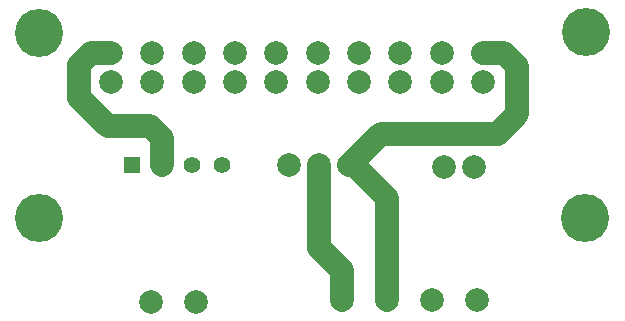
<source format=gtl>
G04 ( created by brdgerber.py ( brdgerber.py v0.1 2014-03-12 ) ) date 2021-02-05 00:02:15 EST*
G04 Gerber Fmt 3.4, Leading zero omitted, Abs format*
%MOIN*%
%FSLAX34Y34*%
G01*
G70*
G90*
G04 APERTURE LIST*
%ADD15C,0.0550*%
%ADD20C,0.0787*%
%ADD14R,0.0550X0.0550*%
%ADD12C,0.0000*%
%ADD16C,0.0120*%
%ADD19C,0.0150*%
%ADD18C,0.0100*%
%ADD17C,0.1600*%
%ADD11C,0.0787*%
%ADD13C,0.0200*%
%ADD10C,0.0800*%
G04 APERTURE END LIST*
G54D15*
D10*
G01X06600Y00700D02*
G01X02700Y00700D01*
D11*
X-00350Y-00350D03*
D11*
X00650Y-00350D03*
D11*
X01650Y-00350D03*
D11*
X04800Y-00400D03*
D11*
X05800Y-00400D03*
D10*
G01X01650Y-00350D02*
G01X01800Y-00350D01*
D10*
G01X02900Y-01450D02*
G01X02900Y-04850D01*
D10*
G01X01800Y-00350D02*
G01X02900Y-01450D01*
D14*
X-05600Y-00350D03*
D15*
X-04600Y-00350D03*
D15*
X-03600Y-00350D03*
D15*
X-02600Y-00350D03*
D10*
G01X-04600Y00550D02*
G01X-04600Y-00350D01*
D10*
G01X-05000Y00950D02*
G01X-04600Y00550D01*
D10*
G01X-07350Y03000D02*
G01X-07350Y01900D01*
D10*
G01X-06950Y03400D02*
G01X-07350Y03000D01*
D10*
G01X-06300Y03400D02*
G01X-06950Y03400D01*
D17*
X-08700Y04050D03*
D17*
X09550Y04100D03*
D17*
X-08700Y-02100D03*
D17*
X09500Y-02100D03*
D20*
X-03450Y-04900D03*
D20*
X-04950Y-04900D03*
D10*
G01X02700Y00700D02*
G01X01650Y-00350D01*
D10*
G01X01400Y-03850D02*
G01X01400Y-04850D01*
D10*
G01X00650Y-03100D02*
G01X01400Y-03850D01*
D11*
X-06301Y02408D03*
D11*
X-06301Y03392D03*
D11*
X-04923Y02408D03*
D11*
X-04923Y03392D03*
D11*
X-03545Y02408D03*
D11*
X-03545Y03392D03*
D11*
X-02167Y02408D03*
D11*
X-02167Y03392D03*
D11*
X-00789Y02408D03*
D11*
X-00789Y03392D03*
D11*
X00589Y02408D03*
D11*
X00589Y03392D03*
D11*
X01967Y02408D03*
D11*
X01967Y03392D03*
D11*
X03345Y02408D03*
D11*
X03345Y03392D03*
D11*
X04723Y02408D03*
D11*
X04723Y03392D03*
D11*
X06101Y02408D03*
D11*
X06101Y03392D03*
D10*
G01X06800Y03400D02*
G01X07250Y02950D01*
D10*
G01X06100Y03400D02*
G01X06800Y03400D01*
D20*
X01400Y-04850D03*
D20*
X02900Y-04850D03*
D20*
X04400Y-04850D03*
D20*
X05900Y-04850D03*
D10*
G01X07250Y01350D02*
G01X06600Y00700D01*
D10*
G01X07250Y02950D02*
G01X07250Y01350D01*
D10*
G01X-07350Y01900D02*
G01X-06400Y00950D01*
D10*
G01X-06400Y00950D02*
G01X-05000Y00950D01*
D10*
G01X00650Y-00350D02*
G01X00650Y-03100D01*
M02*

</source>
